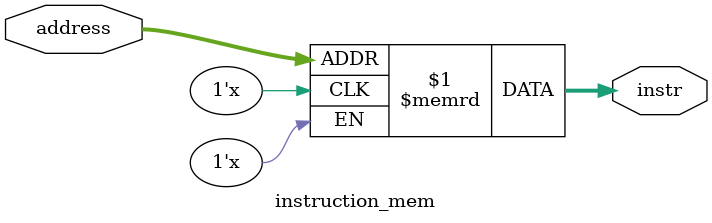
<source format=v>
module instruction_mem (address,instr);

parameter MEM_DEPTH = 1024; // word addressing
localparam addr = $clog2(MEM_DEPTH);

input [addr-1:0]address; //[9:0]
output [31:0] instr;

reg [31:0] mem [0:MEM_DEPTH-1];

assign instr = mem[address];
    
endmodule
</source>
